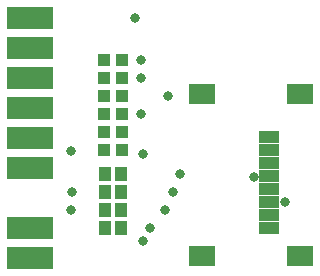
<source format=gts>
G04 Layer_Color=20142*
%FSLAX25Y25*%
%MOIN*%
G70*
G01*
G75*
%ADD23R,0.15200X0.07800*%
%ADD24R,0.04343X0.04934*%
%ADD25R,0.03950X0.04343*%
%ADD26R,0.06706X0.03950*%
%ADD27R,0.08674X0.06509*%
%ADD28C,0.03200*%
D23*
X110000Y422500D02*
D03*
Y432500D02*
D03*
Y442500D02*
D03*
Y452500D02*
D03*
Y462500D02*
D03*
Y472500D02*
D03*
Y402500D02*
D03*
Y392500D02*
D03*
D24*
X134843Y402500D02*
D03*
X140157D02*
D03*
X134843Y408500D02*
D03*
X140157D02*
D03*
X134843Y414500D02*
D03*
X140157D02*
D03*
X134843Y420500D02*
D03*
X140157D02*
D03*
D25*
X140453Y440500D02*
D03*
X134547D02*
D03*
X140453Y446500D02*
D03*
X134547D02*
D03*
X140453Y452500D02*
D03*
X134547D02*
D03*
X140453Y458500D02*
D03*
X134547D02*
D03*
X140453Y428500D02*
D03*
X134547D02*
D03*
X140453Y434500D02*
D03*
X134547D02*
D03*
D26*
X189602Y432618D02*
D03*
Y428287D02*
D03*
Y423957D02*
D03*
Y419626D02*
D03*
Y415295D02*
D03*
Y410964D02*
D03*
Y406634D02*
D03*
Y402303D02*
D03*
D27*
X167161Y447067D02*
D03*
X199839D02*
D03*
Y392933D02*
D03*
X167161D02*
D03*
D28*
X147500Y427000D02*
D03*
X147000Y440500D02*
D03*
X150000Y402500D02*
D03*
X147000Y452500D02*
D03*
Y458500D02*
D03*
X156000Y446500D02*
D03*
X147500Y398000D02*
D03*
X155000Y408500D02*
D03*
X157500Y414500D02*
D03*
X160000Y420500D02*
D03*
X123500Y408500D02*
D03*
Y428000D02*
D03*
X124000Y414500D02*
D03*
X195000Y411000D02*
D03*
X184500Y419500D02*
D03*
X145000Y472500D02*
D03*
M02*

</source>
